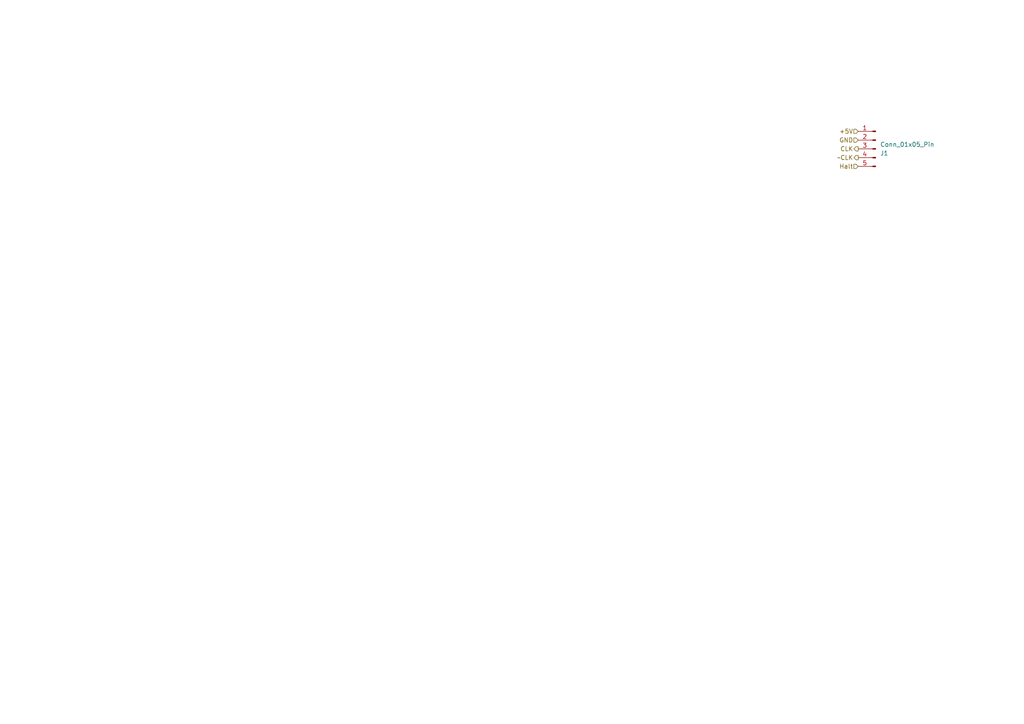
<source format=kicad_sch>
(kicad_sch
	(version 20231120)
	(generator "eeschema")
	(generator_version "8.0")
	(uuid "b72ea734-6289-429f-b9f7-39d57bb0816e")
	(paper "A4")
	(lib_symbols
		(symbol "Connector:Conn_01x05_Pin"
			(pin_names
				(offset 1.016) hide)
			(exclude_from_sim no)
			(in_bom yes)
			(on_board yes)
			(property "Reference" "J"
				(at 0 7.62 0)
				(effects
					(font
						(size 1.27 1.27)
					)
				)
			)
			(property "Value" "Conn_01x05_Pin"
				(at 0 -7.62 0)
				(effects
					(font
						(size 1.27 1.27)
					)
				)
			)
			(property "Footprint" ""
				(at 0 0 0)
				(effects
					(font
						(size 1.27 1.27)
					)
					(hide yes)
				)
			)
			(property "Datasheet" "~"
				(at 0 0 0)
				(effects
					(font
						(size 1.27 1.27)
					)
					(hide yes)
				)
			)
			(property "Description" "Generic connector, single row, 01x05, script generated"
				(at 0 0 0)
				(effects
					(font
						(size 1.27 1.27)
					)
					(hide yes)
				)
			)
			(property "ki_locked" ""
				(at 0 0 0)
				(effects
					(font
						(size 1.27 1.27)
					)
				)
			)
			(property "ki_keywords" "connector"
				(at 0 0 0)
				(effects
					(font
						(size 1.27 1.27)
					)
					(hide yes)
				)
			)
			(property "ki_fp_filters" "Connector*:*_1x??_*"
				(at 0 0 0)
				(effects
					(font
						(size 1.27 1.27)
					)
					(hide yes)
				)
			)
			(symbol "Conn_01x05_Pin_1_1"
				(polyline
					(pts
						(xy 1.27 -5.08) (xy 0.8636 -5.08)
					)
					(stroke
						(width 0.1524)
						(type default)
					)
					(fill
						(type none)
					)
				)
				(polyline
					(pts
						(xy 1.27 -2.54) (xy 0.8636 -2.54)
					)
					(stroke
						(width 0.1524)
						(type default)
					)
					(fill
						(type none)
					)
				)
				(polyline
					(pts
						(xy 1.27 0) (xy 0.8636 0)
					)
					(stroke
						(width 0.1524)
						(type default)
					)
					(fill
						(type none)
					)
				)
				(polyline
					(pts
						(xy 1.27 2.54) (xy 0.8636 2.54)
					)
					(stroke
						(width 0.1524)
						(type default)
					)
					(fill
						(type none)
					)
				)
				(polyline
					(pts
						(xy 1.27 5.08) (xy 0.8636 5.08)
					)
					(stroke
						(width 0.1524)
						(type default)
					)
					(fill
						(type none)
					)
				)
				(rectangle
					(start 0.8636 -4.953)
					(end 0 -5.207)
					(stroke
						(width 0.1524)
						(type default)
					)
					(fill
						(type outline)
					)
				)
				(rectangle
					(start 0.8636 -2.413)
					(end 0 -2.667)
					(stroke
						(width 0.1524)
						(type default)
					)
					(fill
						(type outline)
					)
				)
				(rectangle
					(start 0.8636 0.127)
					(end 0 -0.127)
					(stroke
						(width 0.1524)
						(type default)
					)
					(fill
						(type outline)
					)
				)
				(rectangle
					(start 0.8636 2.667)
					(end 0 2.413)
					(stroke
						(width 0.1524)
						(type default)
					)
					(fill
						(type outline)
					)
				)
				(rectangle
					(start 0.8636 5.207)
					(end 0 4.953)
					(stroke
						(width 0.1524)
						(type default)
					)
					(fill
						(type outline)
					)
				)
				(pin passive line
					(at 5.08 5.08 180)
					(length 3.81)
					(name "Pin_1"
						(effects
							(font
								(size 1.27 1.27)
							)
						)
					)
					(number "1"
						(effects
							(font
								(size 1.27 1.27)
							)
						)
					)
				)
				(pin passive line
					(at 5.08 2.54 180)
					(length 3.81)
					(name "Pin_2"
						(effects
							(font
								(size 1.27 1.27)
							)
						)
					)
					(number "2"
						(effects
							(font
								(size 1.27 1.27)
							)
						)
					)
				)
				(pin passive line
					(at 5.08 0 180)
					(length 3.81)
					(name "Pin_3"
						(effects
							(font
								(size 1.27 1.27)
							)
						)
					)
					(number "3"
						(effects
							(font
								(size 1.27 1.27)
							)
						)
					)
				)
				(pin passive line
					(at 5.08 -2.54 180)
					(length 3.81)
					(name "Pin_4"
						(effects
							(font
								(size 1.27 1.27)
							)
						)
					)
					(number "4"
						(effects
							(font
								(size 1.27 1.27)
							)
						)
					)
				)
				(pin passive line
					(at 5.08 -5.08 180)
					(length 3.81)
					(name "Pin_5"
						(effects
							(font
								(size 1.27 1.27)
							)
						)
					)
					(number "5"
						(effects
							(font
								(size 1.27 1.27)
							)
						)
					)
				)
			)
		)
	)
	(hierarchical_label "+5V"
		(shape input)
		(at 248.92 38.1 180)
		(fields_autoplaced yes)
		(effects
			(font
				(size 1.27 1.27)
			)
			(justify right)
		)
		(uuid "2a965c9c-d554-4f41-8c29-04c72bd33b60")
	)
	(hierarchical_label "GND"
		(shape input)
		(at 248.92 40.64 180)
		(fields_autoplaced yes)
		(effects
			(font
				(size 1.27 1.27)
			)
			(justify right)
		)
		(uuid "84bcecb3-0cfc-48af-b8c1-81e6f71c52d4")
	)
	(hierarchical_label "~CLK"
		(shape output)
		(at 248.92 45.72 180)
		(fields_autoplaced yes)
		(effects
			(font
				(size 1.27 1.27)
			)
			(justify right)
		)
		(uuid "c24bf0ca-8f06-47f3-bf81-8207ee5e67cc")
	)
	(hierarchical_label "CLK"
		(shape output)
		(at 248.92 43.18 180)
		(fields_autoplaced yes)
		(effects
			(font
				(size 1.27 1.27)
			)
			(justify right)
		)
		(uuid "eafca8e9-b445-4e24-9fab-cd6fd787b729")
	)
	(hierarchical_label "Halt"
		(shape input)
		(at 248.92 48.26 180)
		(fields_autoplaced yes)
		(effects
			(font
				(size 1.27 1.27)
			)
			(justify right)
		)
		(uuid "f1fca905-c5d1-407c-a896-afeae6f06d61")
	)
	(symbol
		(lib_id "Connector:Conn_01x05_Pin")
		(at 254 43.18 0)
		(mirror y)
		(unit 1)
		(exclude_from_sim no)
		(in_bom yes)
		(on_board yes)
		(dnp no)
		(uuid "73193d7f-b6bf-4d47-a54e-419acd1992b3")
		(property "Reference" "J1"
			(at 255.27 44.4501 0)
			(effects
				(font
					(size 1.27 1.27)
				)
				(justify right)
			)
		)
		(property "Value" "Conn_01x05_Pin"
			(at 255.27 41.9101 0)
			(effects
				(font
					(size 1.27 1.27)
				)
				(justify right)
			)
		)
		(property "Footprint" ""
			(at 254 43.18 0)
			(effects
				(font
					(size 1.27 1.27)
				)
				(hide yes)
			)
		)
		(property "Datasheet" "~"
			(at 254 43.18 0)
			(effects
				(font
					(size 1.27 1.27)
				)
				(hide yes)
			)
		)
		(property "Description" "Generic connector, single row, 01x05, script generated"
			(at 254 43.18 0)
			(effects
				(font
					(size 1.27 1.27)
				)
				(hide yes)
			)
		)
		(pin "4"
			(uuid "8cb895f4-467c-414a-b405-3deb36ea19e3")
		)
		(pin "2"
			(uuid "922bd041-06cf-4f07-893a-f8461144cf00")
		)
		(pin "1"
			(uuid "e4a834b4-025e-4b63-a44f-fdc2f4885ab3")
		)
		(pin "3"
			(uuid "10276e87-d736-4930-a10a-6f29aff750c2")
		)
		(pin "5"
			(uuid "59d64581-ade8-4287-823a-ca2a48549440")
		)
		(instances
			(project ""
				(path "/37ae8b13-e183-404e-b70a-681e1af60f55/47d3b732-6cda-4ad5-90e6-a3d17299e2c5"
					(reference "J1")
					(unit 1)
				)
			)
		)
	)
)

</source>
